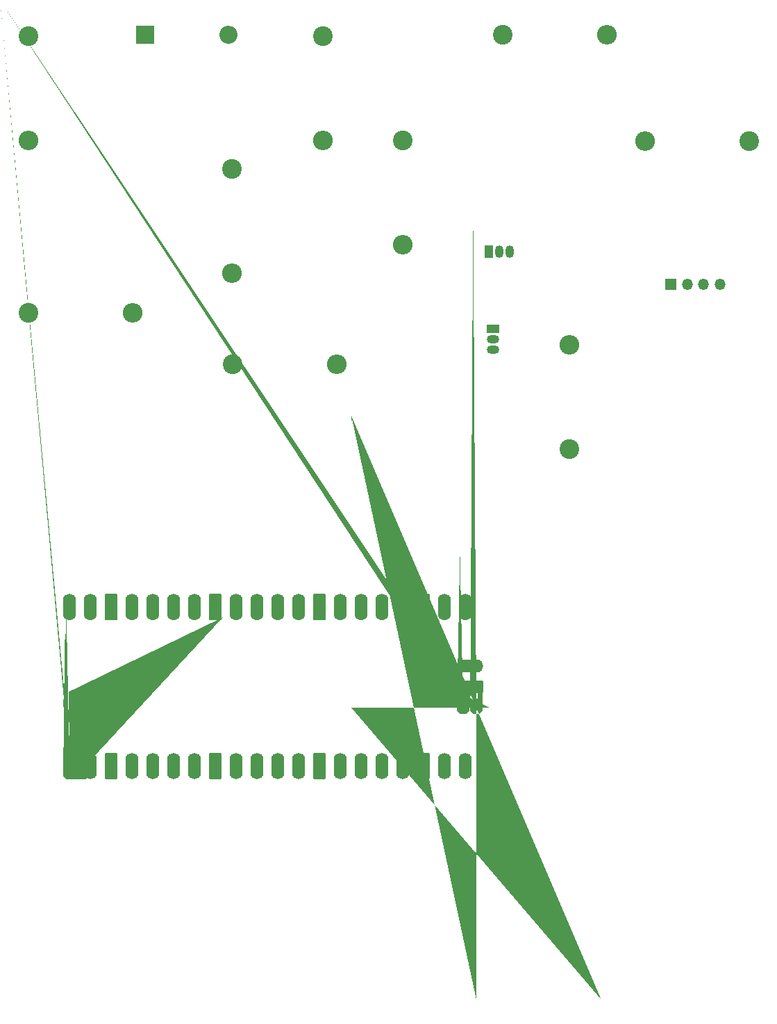
<source format=gbr>
%TF.GenerationSoftware,KiCad,Pcbnew,7.0.1*%
%TF.CreationDate,2023-05-23T10:25:23-05:00*%
%TF.ProjectId,simulacion_Carro,73696d75-6c61-4636-996f-6e5f43617272,rev?*%
%TF.SameCoordinates,Original*%
%TF.FileFunction,Soldermask,Top*%
%TF.FilePolarity,Negative*%
%FSLAX46Y46*%
G04 Gerber Fmt 4.6, Leading zero omitted, Abs format (unit mm)*
G04 Created by KiCad (PCBNEW 7.0.1) date 2023-05-23 10:25:23*
%MOMM*%
%LPD*%
G01*
G04 APERTURE LIST*
G04 Aperture macros list*
%AMRoundRect*
0 Rectangle with rounded corners*
0 $1 Rounding radius*
0 $2 $3 $4 $5 $6 $7 $8 $9 X,Y pos of 4 corners*
0 Add a 4 corners polygon primitive as box body*
4,1,4,$2,$3,$4,$5,$6,$7,$8,$9,$2,$3,0*
0 Add four circle primitives for the rounded corners*
1,1,$1+$1,$2,$3*
1,1,$1+$1,$4,$5*
1,1,$1+$1,$6,$7*
1,1,$1+$1,$8,$9*
0 Add four rect primitives between the rounded corners*
20,1,$1+$1,$2,$3,$4,$5,0*
20,1,$1+$1,$4,$5,$6,$7,0*
20,1,$1+$1,$6,$7,$8,$9,0*
20,1,$1+$1,$8,$9,$2,$3,0*%
%AMFreePoly0*
4,1,58,1.881242,0.792533,1.914585,0.788777,1.924216,0.782725,1.935306,0.780194,1.961541,0.759271,1.989950,0.741421,2.341421,0.389950,2.359271,0.361541,2.380194,0.335306,2.382725,0.324216,2.388777,0.314585,2.392533,0.281242,2.400000,0.248529,2.400000,-0.248529,2.392533,-0.281242,2.388777,-0.314585,2.382725,-0.324216,2.380194,-0.335306,2.359271,-0.361541,2.341421,-0.389950,
1.989950,-0.741421,1.961541,-0.759271,1.935306,-0.780194,1.924216,-0.782725,1.914585,-0.788777,1.881242,-0.792533,1.848529,-0.800000,0.000000,-0.800000,-0.248529,-0.800000,-0.281242,-0.792533,-0.314585,-0.788777,-0.324216,-0.782725,-0.335306,-0.780194,-0.361541,-0.759271,-0.389950,-0.741421,-0.741421,-0.389950,-0.759271,-0.361541,-0.780194,-0.335306,-0.782725,-0.324216,-0.788777,-0.314585,
-0.792533,-0.281242,-0.800000,-0.248529,-0.800000,0.248529,-0.792533,0.281242,-0.788777,0.314585,-0.782725,0.324216,-0.780194,0.335306,-0.759271,0.361541,-0.741421,0.389950,-0.389950,0.741421,-0.361541,0.759271,-0.335306,0.780194,-0.324216,0.782725,-0.314585,0.788777,-0.281242,0.792533,-0.248529,0.800000,1.848529,0.800000,1.881242,0.792533,1.881242,0.792533,$1*%
%AMFreePoly1*
4,1,58,0.281242,0.792533,0.314585,0.788777,0.324216,0.782725,0.335306,0.780194,0.361541,0.759271,0.389950,0.741421,0.741421,0.389950,0.759271,0.361541,0.780194,0.335306,0.782725,0.324216,0.788777,0.314585,0.792533,0.281242,0.800000,0.248529,0.800000,-0.248529,0.792533,-0.281242,0.788777,-0.314585,0.782725,-0.324216,0.780194,-0.335306,0.759271,-0.361541,0.741421,-0.389950,
0.389950,-0.741421,0.361541,-0.759271,0.335306,-0.780194,0.324216,-0.782725,0.314585,-0.788777,0.281242,-0.792533,0.248529,-0.800000,0.000000,-0.800000,-0.248529,-0.800000,-0.281242,-0.792533,-0.314585,-0.788777,-0.324216,-0.782725,-0.335306,-0.780194,-0.361541,-0.759271,-0.389950,-0.741421,-0.741421,-0.389950,-0.759271,-0.361541,-0.780194,-0.335306,-0.782725,-0.324216,-0.788777,-0.314585,
-0.792533,-0.281242,-0.800000,-0.248529,-0.800000,0.248529,-0.792533,0.281242,-0.788777,0.314585,-0.782725,0.324216,-0.780194,0.335306,-0.759271,0.361541,-0.741421,0.389950,-0.389950,0.741421,-0.361541,0.759271,-0.335306,0.780194,-0.324216,0.782725,-0.314585,0.788777,-0.281242,0.792533,-0.248529,0.800000,0.248529,0.800000,0.281242,0.792533,0.281242,0.792533,$1*%
%AMFreePoly2*
4,1,58,0.281242,2.392533,0.314585,2.388777,0.324216,2.382725,0.335306,2.380194,0.361541,2.359271,0.389950,2.341421,0.741421,1.989950,0.759271,1.961541,0.780194,1.935306,0.782725,1.924216,0.788777,1.914585,0.792533,1.881242,0.800000,1.848529,0.800000,-0.248529,0.792533,-0.281242,0.788777,-0.314585,0.782725,-0.324216,0.780194,-0.335306,0.759271,-0.361541,0.741421,-0.389950,
0.389950,-0.741421,0.361541,-0.759271,0.335306,-0.780194,0.324216,-0.782725,0.314585,-0.788777,0.281242,-0.792533,0.248529,-0.800000,0.000000,-0.800000,-0.248529,-0.800000,-0.281242,-0.792533,-0.314585,-0.788777,-0.324216,-0.782725,-0.335306,-0.780194,-0.361541,-0.759271,-0.389950,-0.741421,-0.741421,-0.389950,-0.759271,-0.361541,-0.780194,-0.335306,-0.782725,-0.324216,-0.788777,-0.314585,
-0.792533,-0.281242,-0.800000,-0.248529,-0.800000,1.848529,-0.792533,1.881242,-0.788777,1.914585,-0.782725,1.924216,-0.780194,1.935306,-0.759271,1.961541,-0.741421,1.989950,-0.389950,2.341421,-0.361541,2.359271,-0.335306,2.380194,-0.324216,2.382725,-0.314585,2.388777,-0.281242,2.392533,-0.248529,2.400000,0.248529,2.400000,0.281242,2.392533,0.281242,2.392533,$1*%
G04 Aperture macros list end*
%ADD10C,2.400000*%
%ADD11O,2.400000X2.400000*%
%ADD12R,1.350000X1.350000*%
%ADD13O,1.350000X1.350000*%
%ADD14R,2.200000X2.200000*%
%ADD15O,2.200000X2.200000*%
%ADD16R,1.050000X1.500000*%
%ADD17O,1.050000X1.500000*%
%ADD18R,1.500000X1.050000*%
%ADD19O,1.500000X1.050000*%
%ADD20FreePoly0,90.000000*%
%ADD21FreePoly1,90.000000*%
%ADD22O,1.600000X3.200000*%
%ADD23C,1.600000*%
%ADD24RoundRect,0.200000X0.600000X-1.400000X0.600000X1.400000X-0.600000X1.400000X-0.600000X-1.400000X0*%
%ADD25RoundRect,0.200000X0.600000X-0.600000X0.600000X0.600000X-0.600000X0.600000X-0.600000X-0.600000X0*%
%ADD26FreePoly2,90.000000*%
%ADD27RoundRect,0.200000X1.400000X-0.600000X1.400000X0.600000X-1.400000X0.600000X-1.400000X-0.600000X0*%
%ADD28O,3.200000X1.600000*%
G04 APERTURE END LIST*
D10*
%TO.C,R4*%
X167919400Y-54864000D03*
D11*
X180619400Y-54864000D03*
%TD*%
D10*
%TO.C,R6*%
X135001000Y-95021400D03*
D11*
X147701000Y-95021400D03*
%TD*%
D12*
%TO.C,J1*%
X188386200Y-85293200D03*
D13*
X190386200Y-85293200D03*
X192386200Y-85293200D03*
X194386200Y-85293200D03*
%TD*%
D10*
%TO.C,R9*%
X155702000Y-67767200D03*
D11*
X155702000Y-80467200D03*
%TD*%
D10*
%TO.C,R1*%
X110058200Y-55041800D03*
D11*
X110058200Y-67741800D03*
%TD*%
D14*
%TO.C,D1*%
X124333000Y-54914800D03*
D15*
X134493000Y-54914800D03*
%TD*%
D10*
%TO.C,R7*%
X110109000Y-88747600D03*
D11*
X122809000Y-88747600D03*
%TD*%
D16*
%TO.C,Q2*%
X166243000Y-81305400D03*
D17*
X167513000Y-81305400D03*
X168783000Y-81305400D03*
%TD*%
D10*
%TO.C,R8*%
X134874000Y-71221600D03*
D11*
X134874000Y-83921600D03*
%TD*%
D10*
%TO.C,R3*%
X197916800Y-67843400D03*
D11*
X185216800Y-67843400D03*
%TD*%
D10*
%TO.C,R5*%
X175996600Y-105384600D03*
D11*
X175996600Y-92684600D03*
%TD*%
D18*
%TO.C,Q3*%
X166674800Y-90754200D03*
D19*
X166674800Y-92024200D03*
X166674800Y-93294200D03*
%TD*%
D10*
%TO.C,R2*%
X145973800Y-55041800D03*
D11*
X145973800Y-67741800D03*
%TD*%
D20*
%TO.C,A1*%
X115062000Y-144805000D03*
D21*
X115062000Y-143205000D03*
D22*
X117602000Y-144005000D03*
D23*
X117602000Y-143205000D03*
D24*
X120142000Y-144005000D03*
D25*
X120142000Y-143205000D03*
D22*
X122682000Y-144005000D03*
D23*
X122682000Y-143205000D03*
D22*
X125222000Y-144005000D03*
D23*
X125222000Y-143205000D03*
D22*
X127762000Y-144005000D03*
D23*
X127762000Y-143205000D03*
D22*
X130302000Y-144005000D03*
D23*
X130302000Y-143205000D03*
D24*
X132842000Y-144005000D03*
D25*
X132842000Y-143205000D03*
D22*
X135382000Y-144005000D03*
D23*
X135382000Y-143205000D03*
D22*
X137922000Y-144005000D03*
D23*
X137922000Y-143205000D03*
D22*
X140462000Y-144005000D03*
D23*
X140462000Y-143205000D03*
D22*
X143002000Y-144005000D03*
D23*
X143002000Y-143205000D03*
D24*
X145542000Y-144005000D03*
D25*
X145542000Y-143205000D03*
D22*
X148082000Y-144005000D03*
D23*
X148082000Y-143205000D03*
D22*
X150622000Y-144005000D03*
D23*
X150622000Y-143205000D03*
D22*
X153162000Y-144005000D03*
D23*
X153162000Y-143205000D03*
D22*
X155702000Y-144005000D03*
D23*
X155702000Y-143205000D03*
D24*
X158242000Y-144005000D03*
D25*
X158242000Y-143205000D03*
D22*
X160782000Y-144005000D03*
D23*
X160782000Y-143205000D03*
D22*
X163322000Y-144005000D03*
D23*
X163322000Y-143205000D03*
X163322000Y-125425000D03*
D22*
X163322000Y-124625000D03*
D23*
X160782000Y-125425000D03*
D22*
X160782000Y-124625000D03*
D25*
X158242000Y-125425000D03*
D24*
X158242000Y-124625000D03*
D23*
X155702000Y-125425000D03*
D22*
X155702000Y-124625000D03*
D23*
X153162000Y-125425000D03*
D22*
X153162000Y-124625000D03*
D23*
X150622000Y-125425000D03*
D22*
X150622000Y-124625000D03*
D23*
X148082000Y-125425000D03*
D22*
X148082000Y-124625000D03*
D25*
X145542000Y-125425000D03*
D24*
X145542000Y-124625000D03*
D23*
X143002000Y-125425000D03*
D22*
X143002000Y-124625000D03*
D23*
X140462000Y-125425000D03*
D22*
X140462000Y-124625000D03*
D23*
X137922000Y-125425000D03*
D22*
X137922000Y-124625000D03*
D23*
X135382000Y-125425000D03*
D22*
X135382000Y-124625000D03*
D25*
X132842000Y-125425000D03*
D24*
X132842000Y-124625000D03*
D23*
X130302000Y-125425000D03*
D22*
X130302000Y-124625000D03*
D23*
X127762000Y-125425000D03*
D22*
X127762000Y-124625000D03*
D23*
X125222000Y-125425000D03*
D22*
X125222000Y-124625000D03*
D23*
X122682000Y-125425000D03*
D22*
X122682000Y-124625000D03*
D25*
X120142000Y-125425000D03*
D24*
X120142000Y-124625000D03*
D23*
X117602000Y-125425000D03*
D22*
X117602000Y-124625000D03*
D23*
X115062000Y-125425000D03*
D22*
X115062000Y-124625000D03*
D21*
X163092000Y-136855000D03*
D26*
X164692000Y-136855000D03*
D25*
X163092000Y-134315000D03*
D27*
X163892000Y-134315000D03*
D23*
X163092000Y-131775000D03*
D28*
X163892000Y-131775000D03*
%TD*%
M02*

</source>
